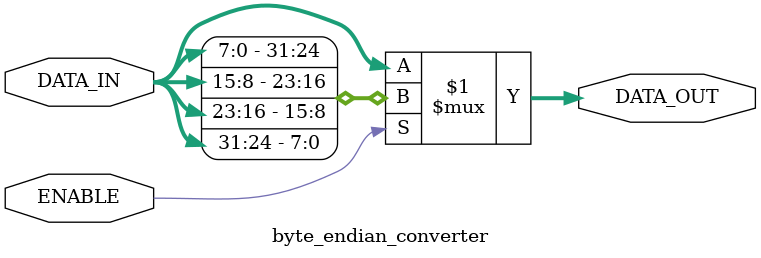
<source format=v>



module byte_endian_converter (
	ENABLE,
	DATA_IN,
	DATA_OUT
);

parameter	DATA_WIDTH = 32;				//8, 16, 32, 64

input						ENABLE;
input	[DATA_WIDTH-1:0]	DATA_IN;
output	[DATA_WIDTH-1:0]	DATA_OUT;

generate
	if (DATA_WIDTH == 8) begin 				//no byte endian is required, passthrough
		assign	DATA_OUT = DATA_IN;	
	end			
	else if (DATA_WIDTH == 16) begin
		assign	DATA_OUT = ENABLE? {DATA_IN[7:0], DATA_IN[15:8]} : DATA_IN; 
	end
	else if (DATA_WIDTH == 32) begin
		assign	DATA_OUT = ENABLE? {DATA_IN[7:0], DATA_IN[15:8], DATA_IN[23:16], DATA_IN[31:24]}: DATA_IN;
	end
	else if (DATA_WIDTH == 64) begin
		assign	DATA_OUT = ENABLE? {DATA_IN[7:0], DATA_IN[15:8], DATA_IN[23:16], DATA_IN[31:24], DATA_IN[39:32], DATA_IN[47:40], DATA_IN[55:48], DATA_IN[63:56]}: DATA_IN;
	end
endgenerate

endmodule
</source>
